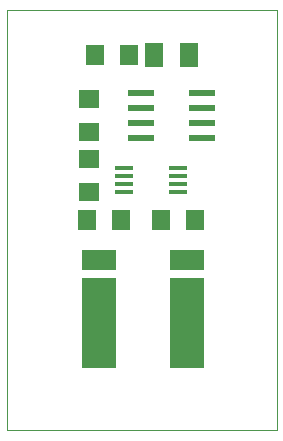
<source format=gtp>
G75*
%MOIN*%
%OFA0B0*%
%FSLAX24Y24*%
%IPPOS*%
%LPD*%
%AMOC8*
5,1,8,0,0,1.08239X$1,22.5*
%
%ADD10C,0.0000*%
%ADD11R,0.0866X0.0236*%
%ADD12R,0.1161X0.0661*%
%ADD13R,0.1161X0.3000*%
%ADD14R,0.0630X0.0710*%
%ADD15R,0.0710X0.0630*%
%ADD16R,0.0591X0.0787*%
%ADD17R,0.0591X0.0177*%
D10*
X000180Y000317D02*
X000180Y014317D01*
X009180Y014317D01*
X009180Y000317D01*
X000180Y000317D01*
D11*
X004656Y010067D03*
X004656Y010567D03*
X004656Y011067D03*
X004656Y011567D03*
X006704Y011567D03*
X006704Y011067D03*
X006704Y010567D03*
X006704Y010067D03*
D12*
X006202Y005986D03*
X003261Y005986D03*
D13*
X003261Y003915D03*
X006202Y003915D03*
D14*
X006440Y007317D03*
X005320Y007317D03*
X003990Y007317D03*
X002870Y007317D03*
X003120Y012817D03*
X004240Y012817D03*
D15*
X002930Y011377D03*
X002930Y010257D03*
X002930Y009377D03*
X002930Y008257D03*
D16*
X005089Y012817D03*
X006271Y012817D03*
D17*
X005886Y009051D03*
X005886Y008795D03*
X005886Y008539D03*
X005886Y008283D03*
X004074Y008283D03*
X004074Y008539D03*
X004074Y008795D03*
X004074Y009051D03*
M02*

</source>
